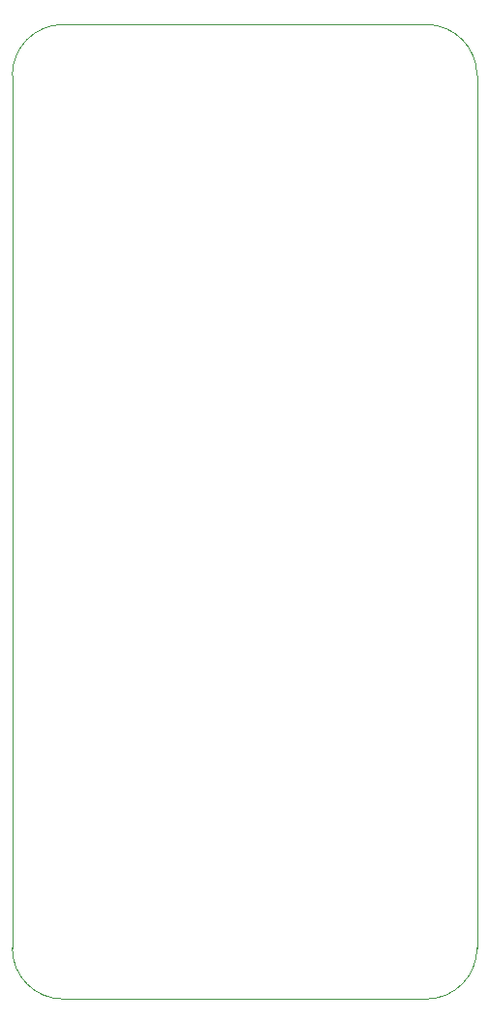
<source format=gbr>
%TF.GenerationSoftware,KiCad,Pcbnew,9.0.2+1*%
%TF.CreationDate,2025-07-26T23:55:52+01:00*%
%TF.ProjectId,ICE40HXDevBoardVGA,49434534-3048-4584-9465-76426f617264,rev?*%
%TF.SameCoordinates,Original*%
%TF.FileFunction,Profile,NP*%
%FSLAX46Y46*%
G04 Gerber Fmt 4.6, Leading zero omitted, Abs format (unit mm)*
G04 Created by KiCad (PCBNEW 9.0.2+1) date 2025-07-26 23:55:52*
%MOMM*%
%LPD*%
G01*
G04 APERTURE LIST*
%TA.AperFunction,Profile*%
%ADD10C,0.100000*%
%TD*%
G04 APERTURE END LIST*
D10*
X82550000Y-150495000D02*
G75*
G02*
X78105000Y-146050000I0J4445000D01*
G01*
X78105000Y-69850000D02*
X78105000Y-146050000D01*
X118745000Y-146050000D02*
G75*
G02*
X114300000Y-150495000I-4445000J0D01*
G01*
X114300000Y-65405000D02*
G75*
G02*
X118745000Y-69850000I0J-4445000D01*
G01*
X78105000Y-69850000D02*
G75*
G02*
X82550000Y-65405000I4445000J0D01*
G01*
X82550000Y-65405000D02*
X114300000Y-65405000D01*
X114300000Y-150495000D02*
X82550000Y-150495000D01*
X118745000Y-69850000D02*
X118745000Y-146050000D01*
M02*

</source>
